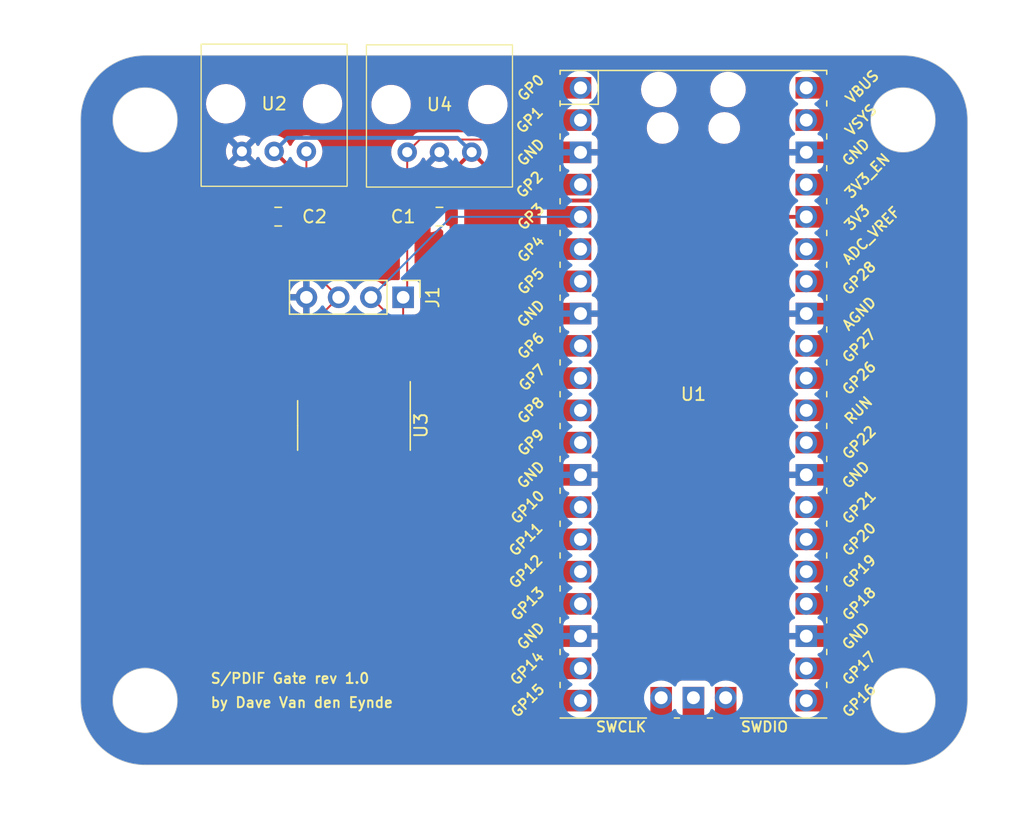
<source format=kicad_pcb>
(kicad_pcb (version 20221018) (generator pcbnew)
  (layers (0 "F.Cu" signal) (31 "B.Cu" signal) (34 "B.Paste" user) (35 "F.Paste" user) (36 "B.SilkS" user "B.Silkscreen") (37 "F.SilkS" user "F.Silkscreen") (38 "B.Mask" user) (39 "F.Mask" user) (44 "Edge.Cuts" user))
  (net 0 "")
  (net 1 "+3.3V")
  (net 2 "GND")
  (net 3 "TOSLINK_RX")
  (net 4 "TOSLINK_TX")
  (net 7 "Net-(U3-Pad3)")
  (net 20 "OUTPUT_ENABLE")
  (footprint "OptoElectronics:ORJ-1" (layer "F.Cu") (at 98.11 50.86)
    (fp_text reference "U4" (at 0 0 unlocked) (layer "F.SilkS"))
    (fp_text value "~")
    (fp_rect (start -5.75 -4.7) (end 5.75 6.5) (stroke (width 0.1)) (fill none) (layer "F.SilkS"))
    (pad "" np_thru_hole circle (at -3.81 0) (size 2.6 2.6) (drill 2.6) (layers "F&B.Cu" "*.Mask"))
    (pad "" np_thru_hole circle (at 3.81 0) (size 2.6 2.6) (drill 2.6) (layers "F&B.Cu" "*.Mask"))
    (pad "1" thru_hole circle (at -2.54 3.75) (size 1.524 1.524) (drill 0.8) (layers "*.Cu" "*.Mask") (net 3 "TOSLINK_RX"))
    (pad "2" thru_hole circle (at 0 3.75) (size 1.524 1.524) (drill 0.8) (layers "*.Cu" "*.Mask") (net 2 "GND"))
    (pad "3" thru_hole circle (at 2.54 3.75) (size 1.524 1.524) (drill 0.8) (layers "*.Cu" "*.Mask") (net 1 "+3.3V"))
  )
  (footprint "OptoElectronics:OTJ-1" (layer "F.Cu") (at 85.09 50.8)
    (fp_text reference "U2" (at 0 0 unlocked) (layer "F.SilkS"))
    (fp_text value "~" hide)
    (fp_rect (start -5.75 -4.7) (end 5.75 6.5) (stroke (width 0.1)) (fill none) (layer "F.SilkS"))
    (pad "" np_thru_hole circle (at -3.81 0) (size 2.6 2.6) (drill 2.6) (layers "F&B.Cu" "*.Mask"))
    (pad "" np_thru_hole circle (at 3.81 0) (size 2.6 2.6) (drill 2.6) (layers "F&B.Cu" "*.Mask"))
    (pad "1" thru_hole circle (at -2.54 3.75) (size 1.524 1.524) (drill 0.8) (layers "*.Cu" "*.Mask") (net 2 "GND"))
    (pad "2" thru_hole circle (at 0 3.75) (size 1.524 1.524) (drill 0.8) (layers "*.Cu" "*.Mask") (net 1 "+3.3V"))
    (pad "3" thru_hole circle (at 2.54 3.75) (size 1.524 1.524) (drill 0.8) (layers "*.Cu" "*.Mask") (net 4 "TOSLINK_TX"))
  )
  (footprint "Capacitor_SMD:C_0805_2012Metric" (layer "F.Cu") (at 85.41 59.69 180)
    (fp_text reference "C1" (at -9.84 0) (layer "F.SilkS"))
    (fp_text value "0.1uF")
    (fp_line (start -0.261252 -0.735) (end 0.261252 -0.735) (stroke (width 0.12)) (layer "F.SilkS"))
    (fp_line (start -0.261252 0.735) (end 0.261252 0.735) (stroke (width 0.12)) (layer "F.SilkS"))
    (pad "1" smd roundrect (at -0.95 0 180) (size 1 1.45) (layers "F.Cu" "F.Paste" "F.Mask") (net 1 "+3.3V"))
    (pad "2" smd roundrect (at 0.95 0 180) (size 1 1.45) (layers "F.Cu" "F.Paste" "F.Mask") (net 2 "GND"))
  )
  (footprint "Connector_PinHeader_2.54mm:PinHeader_1x04_P2.54mm_Vertical" (layer "F.Cu") (at 95.25 66.04 -90)
    (fp_text reference "J1" (at 0 -2.33 90) (layer "F.SilkS"))
    (fp_text value "Conn_01x04_Pin")
    (fp_line (start -1.33 -1.33) (end 0 -1.33) (stroke (width 0.12)) (layer "F.SilkS"))
    (fp_line (start -1.33 0) (end -1.33 -1.33) (stroke (width 0.12)) (layer "F.SilkS"))
    (fp_line (start -1.33 1.27) (end -1.33 8.95) (stroke (width 0.12)) (layer "F.SilkS"))
    (fp_line (start -1.33 1.27) (end 1.33 1.27) (stroke (width 0.12)) (layer "F.SilkS"))
    (fp_line (start -1.33 8.95) (end 1.33 8.95) (stroke (width 0.12)) (layer "F.SilkS"))
    (fp_line (start 1.33 1.27) (end 1.33 8.95) (stroke (width 0.12)) (layer "F.SilkS"))
    (pad "1" thru_hole rect (at 0 0 270) (size 1.7 1.7) (drill 1) (layers "*.Cu" "*.Mask") (net 3 "TOSLINK_RX"))
    (pad "2" thru_hole oval (at 0 2.54 270) (size 1.7 1.7) (drill 1) (layers "*.Cu" "*.Mask") (net 20 "OUTPUT_ENABLE"))
    (pad "3" thru_hole oval (at 0 5.08 270) (size 1.7 1.7) (drill 1) (layers "*.Cu" "*.Mask") (net 4 "TOSLINK_TX"))
    (pad "4" thru_hole oval (at 0 7.62 270) (size 1.7 1.7) (drill 1) (layers "*.Cu" "*.Mask") (net 2 "GND"))
  )
  (footprint "MCU_RaspberryPi_and_Boards:RPi_Pico_SMD_TH" (layer "F.Cu") (at 118.11 73.675)
    (fp_text reference "U1" (at 0 0) (layer "F.SilkS"))
    (fp_text value "Pico")
    (fp_text user "GP6" (at -12.8 -3.81 45) (layer "F.SilkS") (effects (font (size 0.8 0.8))))
    (fp_text user "GP13" (at -13.054 16.51 45) (layer "F.SilkS") (effects (font (size 0.8 0.8))))
    (fp_text user "GP21" (at 13.054 8.9 45) (layer "F.SilkS") (effects (font (size 0.8 0.8))))
    (fp_text user "GP18" (at 13.054 16.51 45) (layer "F.SilkS") (effects (font (size 0.8 0.8))))
    (fp_text user "GP2" (at -12.9 -16.51 45) (layer "F.SilkS") (effects (font (size 0.8 0.8))))
    (fp_text user "GND" (at -12.8 6.35 45) (layer "F.SilkS") (effects (font (size 0.8 0.8))))
    (fp_text user "GP27" (at 13.054 -3.8 45) (layer "F.SilkS") (effects (font (size 0.8 0.8))))
    (fp_text user "GP12" (at -13.2 13.97 45) (layer "F.SilkS") (effects (font (size 0.8 0.8))))
    (fp_text user "GP8" (at -12.8 1.27 45) (layer "F.SilkS") (effects (font (size 0.8 0.8))))
    (fp_text user "GP10" (at -13.054 8.89 45) (layer "F.SilkS") (effects (font (size 0.8 0.8))))
    (fp_text user "RUN" (at 13 1.27 45) (layer "F.SilkS") (effects (font (size 0.8 0.8))))
    (fp_text user "GP15" (at -13.054 24.13 45) (layer "F.SilkS") (effects (font (size 0.8 0.8))))
    (fp_text user "GP22" (at 13.054 3.81 45) (layer "F.SilkS") (effects (font (size 0.8 0.8))))
    (fp_text user "SWCLK" (at -5.7 26.2) (layer "F.SilkS") (effects (font (size 0.8 0.8))))
    (fp_text user "GP20" (at 13.054 11.43 45) (layer "F.SilkS") (effects (font (size 0.8 0.8))))
    (fp_text user "GND" (at 12.8 6.35 45) (layer "F.SilkS") (effects (font (size 0.8 0.8))))
    (fp_text user "GND" (at -12.8 19.05 45) (layer "F.SilkS") (effects (font (size 0.8 0.8))))
    (fp_text user "GND" (at -12.8 -6.35 45) (layer "F.SilkS") (effects (font (size 0.8 0.8))))
    (fp_text user "GP11" (at -13.2 11.43 45) (layer "F.SilkS") (effects (font (size 0.8 0.8))))
    (fp_text user "GP4" (at -12.8 -11.43 45) (layer "F.SilkS") (effects (font (size 0.8 0.8))))
    (fp_text user "GP7" (at -12.7 -1.3 45) (layer "F.SilkS") (effects (font (size 0.8 0.8))))
    (fp_text user "GND" (at -12.8 -19.05 45) (layer "F.SilkS") (effects (font (size 0.8 0.8))))
    (fp_text user "GP19" (at 13.054 13.97 45) (layer "F.SilkS") (effects (font (size 0.8 0.8))))
    (fp_text user "VBUS" (at 13.3 -24.2 45) (layer "F.SilkS") (effects (font (size 0.8 0.8))))
    (fp_text user "GP1" (at -12.9 -21.6 45) (layer "F.SilkS") (effects (font (size 0.8 0.8))))
    (fp_text user "VSYS" (at 13.2 -21.59 45) (layer "F.SilkS") (effects (font (size 0.8 0.8))))
    (fp_text user "AGND" (at 13.054 -6.35 45) (layer "F.SilkS") (effects (font (size 0.8 0.8))))
    (fp_text user "ADC_VREF" (at 14 -12.5 45) (layer "F.SilkS") (effects (font (size 0.8 0.8))))
    (fp_text user "GP5" (at -12.8 -8.89 45) (layer "F.SilkS") (effects (font (size 0.8 0.8))))
    (fp_text user "GND" (at 12.8 19.05 45) (layer "F.SilkS") (effects (font (size 0.8 0.8))))
    (fp_text user "GP0" (at -12.8 -24.13 45) (layer "F.SilkS") (effects (font (size 0.8 0.8))))
    (fp_text user "GND" (at 12.8 -19.05 45) (layer "F.SilkS") (effects (font (size 0.8 0.8))))
    (fp_text user "3V3_EN" (at 13.7 -17.2 45) (layer "F.SilkS") (effects (font (size 0.8 0.8))))
    (fp_text user "GP28" (at 13.054 -9.144 45) (layer "F.SilkS") (effects (font (size 0.8 0.8))))
    (fp_text user "GP9" (at -12.8 3.81 45) (layer "F.SilkS") (effects (font (size 0.8 0.8))))
    (fp_text user "GP3" (at -12.8 -13.97 45) (layer "F.SilkS") (effects (font (size 0.8 0.8))))
    (fp_text user "GP26" (at 13.054 -1.27 45) (layer "F.SilkS") (effects (font (size 0.8 0.8))))
    (fp_text user "GP16" (at 13.054 24.13 45) (layer "F.SilkS") (effects (font (size 0.8 0.8))))
    (fp_text user "GP17" (at 13.054 21.59 45) (layer "F.SilkS") (effects (font (size 0.8 0.8))))
    (fp_text user "SWDIO" (at 5.6 26.2) (layer "F.SilkS") (effects (font (size 0.8 0.8))))
    (fp_text user "GP14" (at -13.1 21.59 45) (layer "F.SilkS") (effects (font (size 0.8 0.8))))
    (fp_text user "3V3" (at 12.9 -13.9 45) (layer "F.SilkS") (effects (font (size 0.8 0.8))))
    (fp_line (start -10.5 -25.5) (end -10.5 -25.2) (stroke (width 0.12)) (layer "F.SilkS"))
    (fp_line (start -10.5 -25.5) (end 10.5 -25.5) (stroke (width 0.12)) (layer "F.SilkS"))
    (fp_line (start -10.5 -23.1) (end -10.5 -22.7) (stroke (width 0.12)) (layer "F.SilkS"))
    (fp_line (start -10.5 -22.833) (end -7.493 -22.833) (stroke (width 0.12)) (layer "F.SilkS"))
    (fp_line (start -10.5 -20.5) (end -10.5 -20.1) (stroke (width 0.12)) (layer "F.SilkS"))
    (fp_line (start -10.5 -18) (end -10.5 -17.6) (stroke (width 0.12)) (layer "F.SilkS"))
    (fp_line (start -10.5 -15.4) (end -10.5 -15) (stroke (width 0.12)) (layer "F.SilkS"))
    (fp_line (start -10.5 -12.9) (end -10.5 -12.5) (stroke (width 0.12)) (layer "F.SilkS"))
    (fp_line (start -10.5 -10.4) (end -10.5 -10) (stroke (width 0.12)) (layer "F.SilkS"))
    (fp_line (start -10.5 -7.8) (end -10.5 -7.4) (stroke (width 0.12)) (layer "F.SilkS"))
    (fp_line (start -10.5 -5.3) (end -10.5 -4.9) (stroke (width 0.12)) (layer "F.SilkS"))
    (fp_line (start -10.5 -2.7) (end -10.5 -2.3) (stroke (width 0.12)) (layer "F.SilkS"))
    (fp_line (start -10.5 -0.2) (end -10.5 0.2) (stroke (width 0.12)) (layer "F.SilkS"))
    (fp_line (start -10.5 2.3) (end -10.5 2.7) (stroke (width 0.12)) (layer "F.SilkS"))
    (fp_line (start -10.5 4.9) (end -10.5 5.3) (stroke (width 0.12)) (layer "F.SilkS"))
    (fp_line (start -10.5 7.4) (end -10.5 7.8) (stroke (width 0.12)) (layer "F.SilkS"))
    (fp_line (start -10.5 10) (end -10.5 10.4) (stroke (width 0.12)) (layer "F.SilkS"))
    (fp_line (start -10.5 12.5) (end -10.5 12.9) (stroke (width 0.12)) (layer "F.SilkS"))
    (fp_line (start -10.5 15.1) (end -10.5 15.5) (stroke (width 0.12)) (layer "F.SilkS"))
    (fp_line (start -10.5 17.6) (end -10.5 18) (stroke (width 0.12)) (layer "F.SilkS"))
    (fp_line (start -10.5 20.1) (end -10.5 20.5) (stroke (width 0.12)) (layer "F.SilkS"))
    (fp_line (start -10.5 22.7) (end -10.5 23.1) (stroke (width 0.12)) (layer "F.SilkS"))
    (fp_line (start -7.493 -22.833) (end -7.493 -25.5) (stroke (width 0.12)) (layer "F.SilkS"))
    (fp_line (start -3.7 25.5) (end -10.5 25.5) (stroke (width 0.12)) (layer "F.SilkS"))
    (fp_line (start -1.5 25.5) (end -1.1 25.5) (stroke (width 0.12)) (layer "F.SilkS"))
    (fp_line (start 1.1 25.5) (end 1.5 25.5) (stroke (width 0.12)) (layer "F.SilkS"))
    (fp_line (start 10.5 -25.5) (end 10.5 -25.2) (stroke (width 0.12)) (layer "F.SilkS"))
    (fp_line (start 10.5 -23.1) (end 10.5 -22.7) (stroke (width 0.12)) (layer "F.SilkS"))
    (fp_line (start 10.5 -20.5) (end 10.5 -20.1) (stroke (width 0.12)) (layer "F.SilkS"))
    (fp_line (start 10.5 -18) (end 10.5 -17.6) (stroke (width 0.12)) (layer "F.SilkS"))
    (fp_line (start 10.5 -15.4) (end 10.5 -15) (stroke (width 0.12)) (layer "F.SilkS"))
    (fp_line (start 10.5 -12.9) (end 10.5 -12.5) (stroke (width 0.12)) (layer "F.SilkS"))
    (fp_line (start 10.5 -10.4) (end 10.5 -10) (stroke (width 0.12)) (layer "F.SilkS"))
    (fp_line (start 10.5 -7.8) (end 10.5 -7.4) (stroke (width 0.12)) (layer "F.SilkS"))
    (fp_line (start 10.5 -5.3) (end 10.5 -4.9) (stroke (width 0.12)) (layer "F.SilkS"))
    (fp_line (start 10.5 -2.7) (end 10.5 -2.3) (stroke (width 0.12)) (layer "F.SilkS"))
    (fp_line (start 10.5 -0.2) (end 10.5 0.2) (stroke (width 0.12)) (layer "F.SilkS"))
    (fp_line (start 10.5 2.3) (end 10.5 2.7) (stroke (width 0.12)) (layer "F.SilkS"))
    (fp_line (start 10.5 4.9) (end 10.5 5.3) (stroke (width 0.12)) (layer "F.SilkS"))
    (fp_line (start 10.5 7.4) (end 10.5 7.8) (stroke (width 0.12)) (layer "F.SilkS"))
    (fp_line (start 10.5 10) (end 10.5 10.4) (stroke (width 0.12)) (layer "F.SilkS"))
    (fp_line (start 10.5 12.5) (end 10.5 12.9) (stroke (width 0.12)) (layer "F.SilkS"))
    (fp_line (start 10.5 15.1) (end 10.5 15.5) (stroke (width 0.12)) (layer "F.SilkS"))
    (fp_line (start 10.5 17.6) (end 10.5 18) (stroke (width 0.12)) (layer "F.SilkS"))
    (fp_line (start 10.5 20.1) (end 10.5 20.5) (stroke (width 0.12)) (layer "F.SilkS"))
    (fp_line (start 10.5 22.7) (end 10.5 23.1) (stroke (width 0.12)) (layer "F.SilkS"))
    (fp_line (start 10.5 25.5) (end 3.7 25.5) (stroke (width 0.12)) (layer "F.SilkS"))
    (pad "" np_thru_hole oval (at -2.725 -24) (size 1.8 1.8) (drill 1.8) (layers "*.Cu" "*.Mask"))
    (pad "" np_thru_hole oval (at -2.425 -20.97) (size 1.5 1.5) (drill 1.5) (layers "*.Cu" "*.Mask"))
    (pad "" np_thru_hole oval (at 2.425 -20.97) (size 1.5 1.5) (drill 1.5) (layers "*.Cu" "*.Mask"))
    (pad "" np_thru_hole oval (at 2.725 -24) (size 1.8 1.8) (drill 1.8) (layers "*.Cu" "*.Mask"))
    (pad "1" thru_hole oval (at -8.89 -24.13) (size 1.7 1.7) (drill 1.02) (layers "*.Cu" "*.Mask"))
    (pad "1" smd rect (at -8.89 -24.13) (size 3.5 1.7) (drill (offset -0.9 0)) (layers "F.Cu" "F.Mask"))
    (pad "2" thru_hole oval (at -8.89 -21.59) (size 1.7 1.7) (drill 1.02) (layers "*.Cu" "*.Mask"))
    (pad "2" smd rect (at -8.89 -21.59) (size 3.5 1.7) (drill (offset -0.9 0)) (layers "F.Cu" "F.Mask"))
    (pad "3" thru_hole rect (at -8.89 -19.05) (size 1.7 1.7) (drill 1.02) (layers "*.Cu" "*.Mask") (net 2 "GND"))
    (pad "3" smd rect (at -8.89 -19.05) (size 3.5 1.7) (drill (offset -0.9 0)) (layers "F.Cu" "F.Mask") (net 2 "GND"))
    (pad "4" thru_hole oval (at -8.89 -16.51) (size 1.7 1.7) (drill 1.02) (layers "*.Cu" "*.Mask") (net 3 "TOSLINK_RX"))
    (pad "4" smd rect (at -8.89 -16.51) (size 3.5 1.7) (drill (offset -0.9 0)) (layers "F.Cu" "F.Mask") (net 3 "TOSLINK_RX"))
    (pad "5" thru_hole oval (at -8.89 -13.97) (size 1.7 1.7) (drill 1.02) (layers "*.Cu" "*.Mask") (net 20 "OUTPUT_ENABLE"))
    (pad "5" smd rect (at -8.89 -13.97) (size 3.5 1.7) (drill (offset -0.9 0)) (layers "F.Cu" "F.Mask") (net 20 "OUTPUT_ENABLE"))
    (pad "6" thru_hole oval (at -8.89 -11.43) (size 1.7 1.7) (drill 1.02) (layers "*.Cu" "*.Mask"))
    (pad "6" smd rect (at -8.89 -11.43) (size 3.5 1.7) (drill (offset -0.9 0)) (layers "F.Cu" "F.Mask"))
    (pad "7" thru_hole oval (at -8.89 -8.89) (size 1.7 1.7) (drill 1.02) (layers "*.Cu" "*.Mask"))
    (pad "7" smd rect (at -8.89 -8.89) (size 3.5 1.7) (drill (offset -0.9 0)) (layers "F.Cu" "F.Mask"))
    (pad "8" thru_hole rect (at -8.89 -6.35) (size 1.7 1.7) (drill 1.02) (layers "*.Cu" "*.Mask") (net 2 "GND"))
    (pad "8" smd rect (at -8.89 -6.35) (size 3.5 1.7) (drill (offset -0.9 0)) (layers "F.Cu" "F.Mask") (net 2 "GND"))
    (pad "9" thru_hole oval (at -8.89 -3.81) (size 1.7 1.7) (drill 1.02) (layers "*.Cu" "*.Mask"))
    (pad "9" smd rect (at -8.89 -3.81) (size 3.5 1.7) (drill (offset -0.9 0)) (layers "F.Cu" "F.Mask"))
    (pad "10" thru_hole oval (at -8.89 -1.27) (size 1.7 1.7) (drill 1.02) (layers "*.Cu" "*.Mask"))
    (pad "10" smd rect (at -8.89 -1.27) (size 3.5 1.7) (drill (offset -0.9 0)) (layers "F.Cu" "F.Mask"))
    (pad "11" thru_hole oval (at -8.89 1.27) (size 1.7 1.7) (drill 1.02) (layers "*.Cu" "*.Mask"))
    (pad "11" smd rect (at -8.89 1.27) (size 3.5 1.7) (drill (offset -0.9 0)) (layers "F.Cu" "F.Mask"))
    (pad "12" thru_hole oval (at -8.89 3.81) (size 1.7 1.7) (drill 1.02) (layers "*.Cu" "*.Mask"))
    (pad "12" smd rect (at -8.89 3.81) (size 3.5 1.7) (drill (offset -0.9 0)) (layers "F.Cu" "F.Mask"))
    (pad "13" thru_hole rect (at -8.89 6.35) (size 1.7 1.7) (drill 1.02) (layers "*.Cu" "*.Mask") (net 2 "GND"))
    (pad "13" smd rect (at -8.89 6.35) (size 3.5 1.7) (drill (offset -0.9 0)) (layers "F.Cu" "F.Mask") (net 2 "GND"))
    (pad "14" thru_hole oval (at -8.89 8.89) (size 1.7 1.7) (drill 1.02) (layers "*.Cu" "*.Mask"))
    (pad "14" smd rect (at -8.89 8.89) (size 3.5 1.7) (drill (offset -0.9 0)) (layers "F.Cu" "F.Mask"))
    (pad "15" thru_hole oval (at -8.89 11.43) (size 1.7 1.7) (drill 1.02) (layers "*.Cu" "*.Mask"))
    (pad "15" smd rect (at -8.89 11.43) (size 3.5 1.7) (drill (offset -0.9 0)) (layers "F.Cu" "F.Mask"))
    (pad "16" thru_hole oval (at -8.89 13.97) (size 1.7 1.7) (drill 1.02) (layers "*.Cu" "*.Mask"))
    (pad "16" smd rect (at -8.89 13.97) (size 3.5 1.7) (drill (offset -0.9 0)) (layers "F.Cu" "F.Mask"))
    (pad "17" thru_hole oval (at -8.89 16.51) (size 1.7 1.7) (drill 1.02) (layers "*.Cu" "*.Mask"))
    (pad "17" smd rect (at -8.89 16.51) (size 3.5 1.7) (drill (offset -0.9 0)) (layers "F.Cu" "F.Mask"))
    (pad "18" thru_hole rect (at -8.89 19.05) (size 1.7 1.7) (drill 1.02) (layers "*.Cu" "*.Mask") (net 2 "GND"))
    (pad "18" smd rect (at -8.89 19.05) (size 3.5 1.7) (drill (offset -0.9 0)) (layers "F.Cu" "F.Mask") (net 2 "GND"))
    (pad "19" thru_hole oval (at -8.89 21.59) (size 1.7 1.7) (drill 1.02) (layers "*.Cu" "*.Mask"))
    (pad "19" smd rect (at -8.89 21.59) (size 3.5 1.7) (drill (offset -0.9 0)) (layers "F.Cu" "F.Mask"))
    (pad "20" thru_hole oval (at -8.89 24.13) (size 1.7 1.7) (drill 1.02) (layers "*.Cu" "*.Mask"))
    (pad "20" smd rect (at -8.89 24.13) (size 3.5 1.7) (drill (offset -0.9 0)) (layers "F.Cu" "F.Mask"))
    (pad "21" thru_hole oval (at 8.89 24.13) (size 1.7 1.7) (drill 1.02) (layers "*.Cu" "*.Mask"))
    (pad "21" smd rect (at 8.89 24.13) (size 3.5 1.7) (drill (offset 0.9 0)) (layers "F.Cu" "F.Mask"))
    (pad "22" thru_hole oval (at 8.89 21.59) (size 1.7 1.7) (drill 1.02) (layers "*.Cu" "*.Mask"))
    (pad "22" smd rect (at 8.89 21.59) (size 3.5 1.7) (drill (offset 0.9 0)) (layers "F.Cu" "F.Mask"))
    (pad "23" thru_hole rect (at 8.89 19.05) (size 1.7 1.7) (drill 1.02) (layers "*.Cu" "*.Mask") (net 2 "GND"))
    (pad "23" smd rect (at 8.89 19.05) (size 3.5 1.7) (drill (offset 0.9 0)) (layers "F.Cu" "F.Mask") (net 2 "GND"))
    (pad "24" thru_hole oval (at 8.89 16.51) (size 1.7 1.7) (drill 1.02) (layers "*.Cu" "*.Mask"))
    (pad "24" smd rect (at 8.89 16.51) (size 3.5 1.7) (drill (offset 0.9 0)) (layers "F.Cu" "F.Mask"))
    (pad "25" thru_hole oval (at 8.89 13.97) (size 1.7 1.7) (drill 1.02) (layers "*.Cu" "*.Mask"))
    (pad "25" smd rect (at 8.89 13.97) (size 3.5 1.7) (drill (offset 0.9 0)) (layers "F.Cu" "F.Mask"))
    (pad "26" thru_hole oval (at 8.89 11.43) (size 1.7 1.7) (drill 1.02) (layers "*.Cu" "*.Mask"))
    (pad "26" smd rect (at 8.89 11.43) (size 3.5 1.7) (drill (offset 0.9 0)) (layers "F.Cu" "F.Mask"))
    (pad "27" thru_hole oval (at 8.89 8.89) (size 1.7 1.7) (drill 1.02) (layers "*.Cu" "*.Mask"))
    (pad "27" smd rect (at 8.89 8.89) (size 3.5 1.7) (drill (offset 0.9 0)) (layers "F.Cu" "F.Mask"))
    (pad "28" thru_hole rect (at 8.89 6.35) (size 1.7 1.7) (drill 1.02) (layers "*.Cu" "*.Mask") (net 2 "GND"))
    (pad "28" smd rect (at 8.89 6.35) (size 3.5 1.7) (drill (offset 0.9 0)) (layers "F.Cu" "F.Mask") (net 2 "GND"))
    (pad "29" thru_hole oval (at 8.89 3.81) (size 1.7 1.7) (drill 1.02) (layers "*.Cu" "*.Mask"))
    (pad "29" smd rect (at 8.89 3.81) (size 3.5 1.7) (drill (offset 0.9 0)) (layers "F.Cu" "F.Mask"))
    (pad "30" thru_hole oval (at 8.89 1.27) (size 1.7 1.7) (drill 1.02) (layers "*.Cu" "*.Mask"))
    (pad "30" smd rect (at 8.89 1.27) (size 3.5 1.7) (drill (offset 0.9 0)) (layers "F.Cu" "F.Mask"))
    (pad "31" thru_hole oval (at 8.89 -1.27) (size 1.7 1.7) (drill 1.02) (layers "*.Cu" "*.Mask"))
    (pad "31" smd rect (at 8.89 -1.27) (size 3.5 1.7) (drill (offset 0.9 0)) (layers "F.Cu" "F.Mask"))
    (pad "32" thru_hole oval (at 8.89 -3.81) (size 1.7 1.7) (drill 1.02) (layers "*.Cu" "*.Mask"))
    (pad "32" smd rect (at 8.89 -3.81) (size 3.5 1.7) (drill (offset 0.9 0)) (layers "F.Cu" "F.Mask"))
    (pad "33" thru_hole rect (at 8.89 -6.35) (size 1.7 1.7) (drill 1.02) (layers "*.Cu" "*.Mask") (net 2 "GND"))
    (pad "33" smd rect (at 8.89 -6.35) (size 3.5 1.7) (drill (offset 0.9 0)) (layers "F.Cu" "F.Mask") (net 2 "GND"))
    (pad "34" thru_hole oval (at 8.89 -8.89) (size 1.7 1.7) (drill 1.02) (layers "*.Cu" "*.Mask"))
    (pad "34" smd rect (at 8.89 -8.89) (size 3.5 1.7) (drill (offset 0.9 0)) (layers "F.Cu" "F.Mask"))
    (pad "35" thru_hole oval (at 8.89 -11.43) (size 1.7 1.7) (drill 1.02) (layers "*.Cu" "*.Mask"))
    (pad "35" smd rect (at 8.89 -11.43) (size 3.5 1.7) (drill (offset 0.9 0)) (layers "F.Cu" "F.Mask"))
    (pad "36" thru_hole oval (at 8.89 -13.97) (size 1.7 1.7) (drill 1.02) (layers "*.Cu" "*.Mask") (net 1 "+3.3V"))
    (pad "36" smd rect (at 8.89 -13.97) (size 3.5 1.7) (drill (offset 0.9 0)) (layers "F.Cu" "F.Mask") (net 1 "+3.3V"))
    (pad "37" thru_hole oval (at 8.89 -16.51) (size 1.7 1.7) (drill 1.02) (layers "*.Cu" "*.Mask"))
    (pad "37" smd rect (at 8.89 -16.51) (size 3.5 1.7) (drill (offset 0.9 0)) (layers "F.Cu" "F.Mask"))
    (pad "38" thru_hole rect (at 8.89 -19.05) (size 1.7 1.7) (drill 1.02) (layers "*.Cu" "*.Mask") (net 2 "GND"))
    (pad "38" smd rect (at 8.89 -19.05) (size 3.5 1.7) (drill (offset 0.9 0)) (layers "F.Cu" "F.Mask") (net 2 "GND"))
    (pad "39" thru_hole oval (at 8.89 -21.59) (size 1.7 1.7) (drill 1.02) (layers "*.Cu" "*.Mask"))
    (pad "39" smd rect (at 8.89 -21.59) (size 3.5 1.7) (drill (offset 0.9 0)) (layers "F.Cu" "F.Mask"))
    (pad "40" thru_hole oval (at 8.89 -24.13) (size 1.7 1.7) (drill 1.02) (layers "*.Cu" "*.Mask"))
    (pad "40" smd rect (at 8.89 -24.13) (size 3.5 1.7) (drill (offset 0.9 0)) (layers "F.Cu" "F.Mask"))
    (pad "41" thru_hole oval (at -2.54 23.9) (size 1.7 1.7) (drill 1.02) (layers "*.Cu" "*.Mask"))
    (pad "41" smd rect (at -2.54 23.9 90) (size 3.5 1.7) (drill (offset -0.9 0)) (layers "F.Cu" "F.Mask"))
    (pad "42" thru_hole rect (at 0 23.9) (size 1.7 1.7) (drill 1.02) (layers "*.Cu" "*.Mask"))
    (pad "42" smd rect (at 0 23.9 90) (size 3.5 1.7) (drill (offset -0.9 0)) (layers "F.Cu" "F.Mask"))
    (pad "43" thru_hole oval (at 2.54 23.9) (size 1.7 1.7) (drill 1.02) (layers "*.Cu" "*.Mask"))
    (pad "43" smd rect (at 2.54 23.9 90) (size 3.5 1.7) (drill (offset -0.9 0)) (layers "F.Cu" "F.Mask"))
  )
  (footprint "Package_SO:SOIC-14_3.9x8.7mm_P1.27mm" (layer "F.Cu") (at 91.375 76.135 -90)
    (fp_text reference "U3" (at 0 -5.28 90) (layer "F.SilkS"))
    (fp_text value "74HC00")
    (fp_line (start 0 -4.435) (end -3.45 -4.435) (stroke (width 0.12)) (layer "F.SilkS"))
    (fp_line (start 0 -4.435) (end 1.95 -4.435) (stroke (width 0.12)) (layer "F.SilkS"))
    (fp_line (start 0 4.435) (end -1.95 4.435) (stroke (width 0.12)) (layer "F.SilkS"))
    (fp_line (start 0 4.435) (end 1.95 4.435) (stroke (width 0.12)) (layer "F.SilkS"))
    (pad "1" smd roundrect (at -2.475 -3.81 270) (size 1.95 0.6) (layers "F.Cu" "F.Paste" "F.Mask") (net 3 "TOSLINK_RX"))
    (pad "2" smd roundrect (at -2.475 -2.54 270) (size 1.95 0.6) (layers "F.Cu" "F.Paste" "F.Mask") (net 20 "OUTPUT_ENABLE"))
    (pad "3" smd roundrect (at -2.475 -1.27 270) (size 1.95 0.6) (layers "F.Cu" "F.Paste" "F.Mask") (net 7 "Net-(U3-Pad3)"))
    (pad "4" smd roundrect (at -2.475 0 270) (size 1.95 0.6) (layers "F.Cu" "F.Paste" "F.Mask") (net 7 "Net-(U3-Pad3)"))
    (pad "5" smd roundrect (at -2.475 1.27 270) (size 1.95 0.6) (layers "F.Cu" "F.Paste" "F.Mask") (net 7 "Net-(U3-Pad3)"))
    (pad "6" smd roundrect (at -2.475 2.54 270) (size 1.95 0.6) (layers "F.Cu" "F.Paste" "F.Mask") (net 4 "TOSLINK_TX"))
    (pad "7" smd roundrect (at -2.475 3.81 270) (size 1.95 0.6) (layers "F.Cu" "F.Paste" "F.Mask") (net 2 "GND"))
    (pad "8" smd roundrect (at 2.475 3.81 270) (size 1.95 0.6) (layers "F.Cu" "F.Paste" "F.Mask") (net 2 "GND"))
    (pad "9" smd roundrect (at 2.475 2.54 270) (size 1.95 0.6) (layers "F.Cu" "F.Paste" "F.Mask") (net 2 "GND"))
    (pad "10" smd roundrect (at 2.475 1.27 270) (size 1.95 0.6) (layers "F.Cu" "F.Paste" "F.Mask") (net 2 "GND"))
    (pad "11" smd roundrect (at 2.475 0 270) (size 1.95 0.6) (layers "F.Cu" "F.Paste" "F.Mask") (net 2 "GND"))
    (pad "12" smd roundrect (at 2.475 -1.27 270) (size 1.95 0.6) (layers "F.Cu" "F.Paste" "F.Mask") (net 2 "GND"))
    (pad "13" smd roundrect (at 2.475 -2.54 270) (size 1.95 0.6) (layers "F.Cu" "F.Paste" "F.Mask") (net 2 "GND"))
    (pad "14" smd roundrect (at 2.475 -3.81 270) (size 1.95 0.6) (layers "F.Cu" "F.Paste" "F.Mask") (net 1 "+3.3V"))
  )
  (footprint "Capacitor_SMD:C_0805_2012Metric" (layer "F.Cu") (at 98.11 59.69 180)
    (fp_text reference "C2" (at 9.845 0) (layer "F.SilkS"))
    (fp_text value "0.1uF")
    (fp_line (start -0.261252 -0.735) (end 0.261252 -0.735) (stroke (width 0.12)) (layer "F.SilkS"))
    (fp_line (start -0.261252 0.735) (end 0.261252 0.735) (stroke (width 0.12)) (layer "F.SilkS"))
    (pad "1" smd roundrect (at -0.95 0 180) (size 1 1.45) (layers "F.Cu" "F.Paste" "F.Mask") (net 1 "+3.3V"))
    (pad "2" smd roundrect (at 0.95 0 180) (size 1 1.45) (layers "F.Cu" "F.Paste" "F.Mask") (net 2 "GND"))
  )
  (gr_arc (start 74.93 102.87) (mid 71.337898 101.382102) (end 69.85 97.79) (stroke (width 0.05)) (layer "Edge.Cuts"))
  (gr_arc (start 69.85 52.07) (mid 71.337898 48.477898) (end 74.93 46.99) (stroke (width 0.05)) (layer "Edge.Cuts"))
  (gr_line (start 134.62 102.87) (end 74.93 102.87) (stroke (width 0.05)) (layer "Edge.Cuts"))
  (gr_arc (start 139.7 97.79) (mid 138.212102 101.382102) (end 134.62 102.87) (stroke (width 0.05)) (layer "Edge.Cuts"))
  (gr_line (start 69.85 97.79) (end 69.85 52.07) (stroke (width 0.05)) (layer "Edge.Cuts"))
  (gr_circle (center 74.93 52.07) (end 77.47 52.07) (stroke (width 0.05)) (fill none) (layer "Edge.Cuts"))
  (gr_line (start 139.7 52.07) (end 139.7 97.79) (stroke (width 0.05)) (layer "Edge.Cuts"))
  (gr_circle (center 74.93 97.79) (end 77.47 97.79) (stroke (width 0.05)) (fill none) (layer "Edge.Cuts"))
  (gr_circle (center 134.62 52.07) (end 137.16 52.07) (stroke (width 0.05)) (fill none) (layer "Edge.Cuts"))
  (gr_arc (start 134.62 46.99) (mid 138.212102 48.477898) (end 139.7 52.07) (stroke (width 0.05)) (layer "Edge.Cuts"))
  (gr_line (start 74.93 46.99) (end 134.62 46.99) (stroke (width 0.05)) (layer "Edge.Cuts"))
  (gr_circle (center 134.62 97.79) (end 137.16 97.79) (stroke (width 0.05)) (fill none) (layer "Edge.Cuts"))
  (gr_text "S/PDIF Gate rev 1.0" (at 80.01 96.52) (layer "F.SilkS") (effects (font (size 0.8 0.8) (thickness 0.15) bold) (justify left bottom)))
  (gr_text "by Dave Van den Eynde" (at 80.01 98.425) (layer "F.SilkS") (effects (font (size 0.8 0.8) (thickness 0.15) bold) (justify left bottom)))
  (segment (start 86.36 59.69) (end 86.36 55.82) (width 0.3048) (layer "F.Cu") (net 1))
  (segment (start 100.65 54.61) (end 104.46 58.42) (width 0.3048) (layer "F.Cu") (net 1))
  (segment (start 86.36 55.82) (end 85.09 54.55) (width 0.3048) (layer "F.Cu") (net 1))
  (segment (start 99.06 59.69) (end 99.06 56.2) (width 0.3048) (layer "F.Cu") (net 1))
  (segment (start 99.06 56.2) (end 100.65 54.61) (width 0.3048) (layer "F.Cu") (net 1))
  (segment (start 99.06 72.39) (end 95.185 76.265) (width 0.3048) (layer "F.Cu") (net 1))
  (segment (start 99.06 59.69) (end 99.06 72.39) (width 0.3048) (layer "F.Cu") (net 1))
  (segment (start 95.185 76.265) (end 95.185 78.61) (width 0.3048) (layer "F.Cu") (net 1))
  (segment (start 121.935 59.705) (end 127 59.705) (width 0.3048) (layer "F.Cu") (net 1))
  (segment (start 120.65 58.42) (end 121.935 59.705) (width 0.3048) (layer "F.Cu") (net 1))
  (segment (start 104.46 58.42) (end 120.65 58.42) (width 0.3048) (layer "F.Cu") (net 1))
  (segment (start 86.1568 53.4832) (end 99.5232 53.4832) (width 0.3048) (layer "B.Cu") (net 1))
  (segment (start 85.09 54.55) (end 86.1568 53.4832) (width 0.3048) (layer "B.Cu") (net 1))
  (segment (start 99.5232 53.4832) (end 100.65 54.61) (width 0.3048) (layer "B.Cu") (net 1))
  (segment (start 90.105 78.61) (end 91.375 78.61) (width 0.1524) (layer "F.Cu") (net 2))
  (segment (start 84.46 59.69) (end 84.46 56.46) (width 0.1524) (layer "F.Cu") (net 2))
  (segment (start 87.565 78.61) (end 88.835 78.61) (width 0.1524) (layer "F.Cu") (net 2))
  (segment (start 91.375 78.61) (end 92.645 78.61) (width 0.1524) (layer "F.Cu") (net 2))
  (segment (start 97.16 55.56) (end 98.11 54.61) (width 0.1524) (layer "F.Cu") (net 2))
  (segment (start 87.565 78.61) (end 87.565 73.66) (width 0.1524) (layer "F.Cu") (net 2))
  (segment (start 88.835 78.61) (end 90.105 78.61) (width 0.1524) (layer "F.Cu") (net 2))
  (segment (start 84.46 56.46) (end 82.55 54.55) (width 0.1524) (layer "F.Cu") (net 2))
  (segment (start 97.16 59.69) (end 97.16 55.56) (width 0.1524) (layer "F.Cu") (net 2))
  (segment (start 87.63 66.04) (end 87.63 73.595) (width 0.1524) (layer "F.Cu") (net 2))
  (segment (start 92.645 78.61) (end 93.915 78.61) (width 0.1524) (layer "F.Cu") (net 2))
  (segment (start 87.63 73.595) (end 87.565 73.66) (width 0.1524) (layer "F.Cu") (net 2))
  (segment (start 106.695 57.165) (end 109.22 57.165) (width 0.1524) (layer "F.Cu") (net 3))
  (segment (start 95.25 73.595) (end 95.185 73.66) (width 0.1524) (layer "F.Cu") (net 3))
  (segment (start 95.57 65.72) (end 95.25 66.04) (width 0.1524) (layer "F.Cu") (net 3))
  (segment (start 103.1494 53.6194) (end 106.695 57.165) (width 0.1524) (layer "F.Cu") (net 3))
  (segment (start 95.57 54.61) (end 96.5606 53.6194) (width 0.1524) (layer "F.Cu") (net 3))
  (segment (start 95.57 54.61) (end 95.57 65.72) (width 0.1524) (layer "F.Cu") (net 3))
  (segment (start 96.5606 53.6194) (end 103.1494 53.6194) (width 0.1524) (layer "F.Cu") (net 3))
  (segment (start 95.25 66.04) (end 95.25 73.595) (width 0.1524) (layer "F.Cu") (net 3))
  (segment (start 88.835 67.375) (end 88.835 73.66) (width 0.1524) (layer "F.Cu") (net 4))
  (segment (start 90.17 66.04) (end 88.835 67.375) (width 0.1524) (layer "F.Cu") (net 4))
  (segment (start 87.63 54.55) (end 87.63 63.5) (width 0.1524) (layer "F.Cu") (net 4))
  (segment (start 87.63 63.5) (end 90.17 66.04) (width 0.1524) (layer "F.Cu") (net 4))
  (segment (start 91.375 73.66) (end 90.105 73.66) (width 0.1524) (layer "F.Cu") (net 7))
  (segment (start 92.645 73.66) (end 91.375 73.66) (width 0.1524) (layer "F.Cu") (net 7))
  (segment (start 93.915 67.245) (end 93.915 73.66) (width 0.1524) (layer "F.Cu") (net 20))
  (segment (start 92.71 66.04) (end 93.915 67.245) (width 0.1524) (layer "F.Cu") (net 20))
  (segment (start 92.71 66.04) (end 99.045 59.705) (width 0.1524) (layer "B.Cu") (net 20))
  (segment (start 99.045 59.705) (end 109.22 59.705) (width 0.1524) (layer "B.Cu") (net 20))
  (zone (net 2) (net_name "GND") (layer "F.Cu") (priority 1) (connect_pads (clearance 0.5)) (min_thickness 0.25) (fill yes (thermal_gap 0.5) (thermal_bridge_width 0.5))
    (polygon (pts (xy 63.5 45.72) (xy 142.24 45.72) (xy 142.24 106.68) (xy 63.5 106.68)))
  )
  (zone (net 2) (net_name "GND") (layer "B.Cu") (connect_pads (clearance 0.5)) (min_thickness 0.25) (fill yes (thermal_gap 0.5) (thermal_bridge_width 0.5))
    (polygon (pts (xy 126.365 45.085) (xy 144.145 45.085) (xy 144.145 104.14) (xy 66.675 104.14) (xy 66.04 44.45)))
  )
)
</source>
